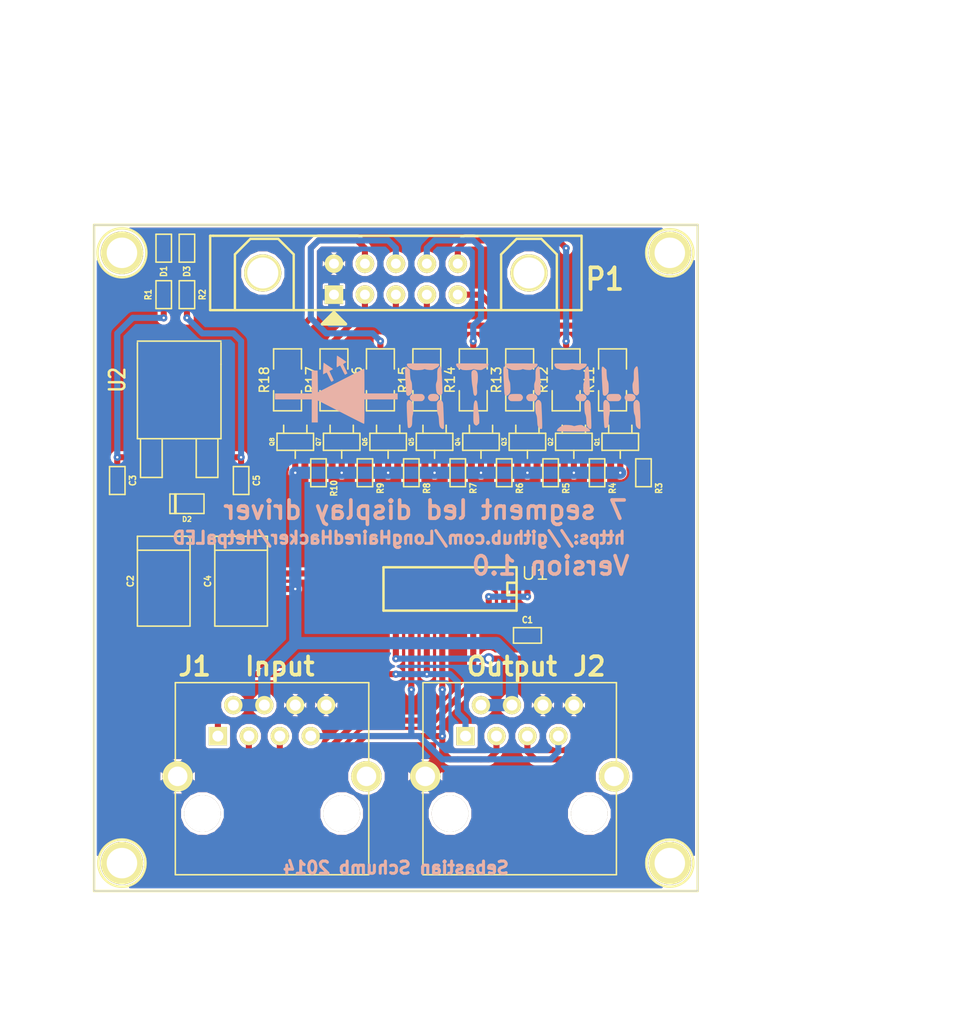
<source format=kicad_pcb>
(kicad_pcb (version 3) (host pcbnew "(2013-may-18)-stable")
  (layers (15 F.Cu signal) (0 B.Cu signal) (18 B.Paste user) (19 F.Paste user) (20 B.SilkS user) (21 F.SilkS user) (22 B.Mask user) (23 F.Mask user) (28 Edge.Cuts user))
  (net 0 "")
  (net 1 +24V)
  (net 2 +5V)
  (net 3 Clock)
  (net 4 Data_In)
  (net 5 Data_Out)
  (net 6 Enable)
  (net 7 FET_1)
  (net 8 FET_2)
  (net 9 FET_3)
  (net 10 FET_4)
  (net 11 FET_5)
  (net 12 FET_6)
  (net 13 FET_7)
  (net 14 FET_8)
  (net 15 GND)
  (net 16 N-000001)
  (net 17 N-0000010)
  (net 18 N-0000011)
  (net 19 N-0000021)
  (net 20 N-0000022)
  (net 21 N-0000024)
  (net 22 N-0000026)
  (net 23 N-000003)
  (net 24 N-0000033)
  (net 25 N-0000034)
  (net 26 N-0000036)
  (net 27 N-0000037)
  (net 28 N-000004)
  (net 29 N-0000041)
  (net 30 N-0000042)
  (net 31 N-000005)
  (net 32 N-000007)
  (net 33 N-000009)
  (net 34 Reset)
  (net 35 SEG_1)
  (net 36 SEG_2)
  (net 37 SEG_3)
  (net 38 SEG_4)
  (net 39 SEG_5)
  (net 40 SEG_6)
  (net 41 SEG_7)
  (net 42 SEG_8)
  (module RJ45_MEBP_8-8G (layer F.Cu) (at 134.62 82.55)
    (fp_text reference J2 (at 5.715 -12.065) (layer F.SilkS) (effects (font (size 1.524 1.524) (thickness 0.3048))))
    (fp_text value RJ45 hide)
    (pad "" thru_hole circle (at 5.715 0) (size 3 3) (drill 3) (layers *.Cu *.Mask F.SilkS))
    (pad "" thru_hole circle (at -5.715 0) (size 3 3) (drill 3) (layers *.Cu *.Mask F.SilkS))
    (pad 1 thru_hole rect (at -4.445 -6.35) (size 1.50114 1.50114) (drill 0.89916) (layers *.Cu *.Mask F.SilkS) (net 3 Clock))
    (pad 2 thru_hole circle (at -3.175 -8.89) (size 1.50114 1.50114) (drill 0.89916) (layers *.Cu *.Mask F.SilkS) (net 1 +24V))
    (pad 3 thru_hole circle (at -1.905 -6.35) (size 1.50114 1.50114) (drill 0.89916) (layers *.Cu *.Mask F.SilkS) (net 6 Enable))
    (pad 4 thru_hole circle (at -0.635 -8.89) (size 1.50114 1.50114) (drill 0.89916) (layers *.Cu *.Mask F.SilkS) (net 1 +24V))
    (pad 5 thru_hole circle (at 0.635 -6.35) (size 1.50114 1.50114) (drill 0.89916) (layers *.Cu *.Mask F.SilkS) (net 5 Data_Out))
    (pad 6 thru_hole circle (at 1.905 -8.89) (size 1.50114 1.50114) (drill 0.89916) (layers *.Cu *.Mask F.SilkS) (net 15 GND))
    (pad 7 thru_hole circle (at 3.175 -6.35) (size 1.50114 1.50114) (drill 0.89916) (layers *.Cu *.Mask F.SilkS) (net 34 Reset))
    (pad 8 thru_hole circle (at 4.445 -8.89) (size 1.50114 1.50114) (drill 0.89916) (layers *.Cu *.Mask F.SilkS) (net 15 GND))
    (pad 9 thru_hole circle (at -7.745 -3.05) (size 2.5 2.5) (drill 1.6) (layers *.Cu *.Mask F.SilkS) (net 15 GND))
    (pad 10 thru_hole circle (at 7.747 -3.05) (size 2.5 2.5) (drill 1.6) (layers *.Cu *.Mask F.SilkS))
  )
  (module RJ45_MEBP_8-8G (layer F.Cu) (at 114.3 82.55)
    (fp_text reference J1 (at -6.35 -12.065) (layer F.SilkS) (effects (font (size 1.524 1.524) (thickness 0.3048))))
    (fp_text value RJ45 hide)
    (pad "" thru_hole circle (at 5.715 0) (size 3 3) (drill 3) (layers *.Cu *.Mask F.SilkS))
    (pad "" thru_hole circle (at -5.715 0) (size 3 3) (drill 3) (layers *.Cu *.Mask F.SilkS))
    (pad 1 thru_hole rect (at -4.445 -6.35) (size 1.50114 1.50114) (drill 0.89916) (layers *.Cu *.Mask F.SilkS) (net 3 Clock))
    (pad 2 thru_hole circle (at -3.175 -8.89) (size 1.50114 1.50114) (drill 0.89916) (layers *.Cu *.Mask F.SilkS) (net 1 +24V))
    (pad 3 thru_hole circle (at -1.905 -6.35) (size 1.50114 1.50114) (drill 0.89916) (layers *.Cu *.Mask F.SilkS) (net 6 Enable))
    (pad 4 thru_hole circle (at -0.635 -8.89) (size 1.50114 1.50114) (drill 0.89916) (layers *.Cu *.Mask F.SilkS) (net 1 +24V))
    (pad 5 thru_hole circle (at 0.635 -6.35) (size 1.50114 1.50114) (drill 0.89916) (layers *.Cu *.Mask F.SilkS) (net 4 Data_In))
    (pad 6 thru_hole circle (at 1.905 -8.89) (size 1.50114 1.50114) (drill 0.89916) (layers *.Cu *.Mask F.SilkS) (net 15 GND))
    (pad 7 thru_hole circle (at 3.175 -6.35) (size 1.50114 1.50114) (drill 0.89916) (layers *.Cu *.Mask F.SilkS) (net 34 Reset))
    (pad 8 thru_hole circle (at 4.445 -8.89) (size 1.50114 1.50114) (drill 0.89916) (layers *.Cu *.Mask F.SilkS) (net 15 GND))
    (pad 9 thru_hole circle (at -7.745 -3.05) (size 2.5 2.5) (drill 1.6) (layers *.Cu *.Mask F.SilkS) (net 15 GND))
    (pad 10 thru_hole circle (at 7.747 -3.05) (size 2.5 2.5) (drill 1.6) (layers *.Cu *.Mask F.SilkS))
  )
  (module 1pin (layer F.Cu) (at 101.981 36.576)
    (fp_text reference 1PIN hide)
    (fp_text value P*** hide)
    (pad 1 thru_hole circle (at 0 0) (size 3.5 3.5) (drill 2.5) (layers *.Cu *.Mask F.SilkS))
  )
  (module 1pin (layer F.Cu) (at 101.981 86.614)
    (fp_text reference 1PIN hide)
    (fp_text value P*** hide)
    (pad 1 thru_hole circle (at 0 0) (size 3.5 3.5) (drill 2.5) (layers *.Cu *.Mask F.SilkS))
  )
  (module 1pin (layer F.Cu) (at 146.939 86.614)
    (fp_text reference 1PIN hide)
    (fp_text value P*** hide)
    (pad 1 thru_hole circle (at 0 0) (size 3.5 3.5) (drill 2.5) (layers *.Cu *.Mask F.SilkS))
  )
  (module 1pin (layer F.Cu) (at 146.939 36.576)
    (fp_text reference 1PIN hide)
    (fp_text value P*** hide)
    (pad 1 thru_hole circle (at 0 0) (size 3.5 3.5) (drill 2.5) (layers *.Cu *.Mask F.SilkS))
  )
  (module HE10-10C (layer F.Cu) (at 124.46 38.735 180)
    (fp_text reference P1 (at -17.145 0 360) (layer F.SilkS) (effects (font (size 1.77546 1.5875) (thickness 0.3048))))
    (fp_text value HE10-10 hide)
    (pad 0 thru_hole circle (at -10.922 0.508 180) (size 3.048 3.048) (drill 2.54) (layers *.Cu *.Mask F.SilkS))
    (pad 0 thru_hole circle (at 10.922 0.508 180) (size 3.048 3.048) (drill 2.54) (layers *.Cu *.Mask F.SilkS))
    (pad 1 thru_hole rect (at 5.08 -1.27 180) (size 1.524 1.524) (drill 0.8128) (layers *.Cu *.Mask F.SilkS) (net 15 GND))
    (pad 2 thru_hole circle (at 5.08 1.27 180) (size 1.524 1.524) (drill 0.8128) (layers *.Cu *.Mask F.SilkS) (net 15 GND))
    (pad 3 thru_hole circle (at 2.54 -1.27 180) (size 1.524 1.524) (drill 0.8128) (layers *.Cu *.Mask F.SilkS) (net 41 SEG_7))
    (pad 4 thru_hole circle (at 2.54 1.27 180) (size 1.524 1.524) (drill 0.8128) (layers *.Cu *.Mask F.SilkS) (net 42 SEG_8))
    (pad 5 thru_hole circle (at 0 -1.27 180) (size 1.524 1.524) (drill 0.8128) (layers *.Cu *.Mask F.SilkS) (net 39 SEG_5))
    (pad 6 thru_hole circle (at 0 1.27 180) (size 1.524 1.524) (drill 0.8128) (layers *.Cu *.Mask F.SilkS) (net 40 SEG_6))
    (pad 7 thru_hole circle (at -2.54 -1.27 180) (size 1.524 1.524) (drill 0.8128) (layers *.Cu *.Mask F.SilkS) (net 37 SEG_3))
    (pad 8 thru_hole circle (at -2.54 1.27 180) (size 1.524 1.524) (drill 0.8128) (layers *.Cu *.Mask F.SilkS) (net 38 SEG_4))
    (pad 9 thru_hole circle (at -5.08 -1.27 180) (size 1.524 1.524) (drill 0.8128) (layers *.Cu *.Mask F.SilkS) (net 35 SEG_1))
    (pad 10 thru_hole circle (at -5.08 1.27 180) (size 1.524 1.524) (drill 0.8128) (layers *.Cu *.Mask F.SilkS) (net 36 SEG_2))
  )
  (module c_tant_D (layer F.Cu) (at 111.76 63.5 90)
    (fp_text reference C4 (at 0 -2.7305 90) (layer F.SilkS) (effects (font (size 0.50038 0.50038) (thickness 0.11938))))
    (fp_text value 10uF hide)
    (pad 1 smd rect (at 2.99974 0 90) (size 2.55016 2.70002) (layers F.Cu F.Paste F.Mask) (net 2 +5V))
    (pad 2 smd rect (at -2.99974 0 90) (size 2.55016 3.79984) (layers F.Cu F.Paste F.Mask) (net 15 GND))
  )
  (module sot23 (layer F.Cu) (at 120.015 52.07 180)
    (fp_text reference Q7 (at 1.905 0 270) (layer F.SilkS) (effects (font (size 0.35 0.35) (thickness 0.0875))))
    (fp_text value NDS355 hide)
    (pad 1 smd rect (at -0.9525 1.05664 180) (size 0.59944 1.00076) (layers F.Cu F.Paste F.Mask) (net 26 N-0000036))
    (pad 2 smd rect (at 0 -1.05664 180) (size 0.59944 1.00076) (layers F.Cu F.Paste F.Mask) (net 1 +24V))
    (pad 3 smd rect (at 0.9525 1.05664 180) (size 0.59944 1.00076) (layers F.Cu F.Paste F.Mask) (net 25 N-0000034))
  )
  (module sot23 (layer F.Cu) (at 142.875 52.07 180)
    (fp_text reference Q1 (at 1.905 0 270) (layer F.SilkS) (effects (font (size 0.35 0.35) (thickness 0.0875))))
    (fp_text value NDS355 hide)
    (pad 1 smd rect (at -0.9525 1.05664 180) (size 0.59944 1.00076) (layers F.Cu F.Paste F.Mask) (net 19 N-0000021))
    (pad 2 smd rect (at 0 -1.05664 180) (size 0.59944 1.00076) (layers F.Cu F.Paste F.Mask) (net 1 +24V))
    (pad 3 smd rect (at 0.9525 1.05664 180) (size 0.59944 1.00076) (layers F.Cu F.Paste F.Mask) (net 18 N-0000011))
  )
  (module sot23 (layer F.Cu) (at 123.825 52.07 180)
    (fp_text reference Q6 (at 1.905 0 270) (layer F.SilkS) (effects (font (size 0.35 0.35) (thickness 0.0875))))
    (fp_text value NDS355 hide)
    (pad 1 smd rect (at -0.9525 1.05664 180) (size 0.59944 1.00076) (layers F.Cu F.Paste F.Mask) (net 24 N-0000033))
    (pad 2 smd rect (at 0 -1.05664 180) (size 0.59944 1.00076) (layers F.Cu F.Paste F.Mask) (net 1 +24V))
    (pad 3 smd rect (at 0.9525 1.05664 180) (size 0.59944 1.00076) (layers F.Cu F.Paste F.Mask) (net 17 N-0000010))
  )
  (module sot23 (layer F.Cu) (at 139.065 52.07 180)
    (fp_text reference Q2 (at 1.905 0 270) (layer F.SilkS) (effects (font (size 0.35 0.35) (thickness 0.0875))))
    (fp_text value NDS355 hide)
    (pad 1 smd rect (at -0.9525 1.05664 180) (size 0.59944 1.00076) (layers F.Cu F.Paste F.Mask) (net 21 N-0000024))
    (pad 2 smd rect (at 0 -1.05664 180) (size 0.59944 1.00076) (layers F.Cu F.Paste F.Mask) (net 1 +24V))
    (pad 3 smd rect (at 0.9525 1.05664 180) (size 0.59944 1.00076) (layers F.Cu F.Paste F.Mask) (net 20 N-0000022))
  )
  (module sot23 (layer F.Cu) (at 116.205 52.07 180)
    (fp_text reference Q8 (at 1.905 0 270) (layer F.SilkS) (effects (font (size 0.35 0.35) (thickness 0.0875))))
    (fp_text value NDS355 hide)
    (pad 1 smd rect (at -0.9525 1.05664 180) (size 0.59944 1.00076) (layers F.Cu F.Paste F.Mask) (net 22 N-0000026))
    (pad 2 smd rect (at 0 -1.05664 180) (size 0.59944 1.00076) (layers F.Cu F.Paste F.Mask) (net 1 +24V))
    (pad 3 smd rect (at 0.9525 1.05664 180) (size 0.59944 1.00076) (layers F.Cu F.Paste F.Mask) (net 27 N-0000037))
  )
  (module sot23 (layer F.Cu) (at 135.255 52.07 180)
    (fp_text reference Q3 (at 1.905 0 270) (layer F.SilkS) (effects (font (size 0.35 0.35) (thickness 0.0875))))
    (fp_text value NDS355 hide)
    (pad 1 smd rect (at -0.9525 1.05664 180) (size 0.59944 1.00076) (layers F.Cu F.Paste F.Mask) (net 28 N-000004))
    (pad 2 smd rect (at 0 -1.05664 180) (size 0.59944 1.00076) (layers F.Cu F.Paste F.Mask) (net 1 +24V))
    (pad 3 smd rect (at 0.9525 1.05664 180) (size 0.59944 1.00076) (layers F.Cu F.Paste F.Mask) (net 23 N-000003))
  )
  (module sot23 (layer F.Cu) (at 131.445 52.07 180)
    (fp_text reference Q4 (at 1.905 0 270) (layer F.SilkS) (effects (font (size 0.35 0.35) (thickness 0.0875))))
    (fp_text value NDS355 hide)
    (pad 1 smd rect (at -0.9525 1.05664 180) (size 0.59944 1.00076) (layers F.Cu F.Paste F.Mask) (net 16 N-000001))
    (pad 2 smd rect (at 0 -1.05664 180) (size 0.59944 1.00076) (layers F.Cu F.Paste F.Mask) (net 1 +24V))
    (pad 3 smd rect (at 0.9525 1.05664 180) (size 0.59944 1.00076) (layers F.Cu F.Paste F.Mask) (net 31 N-000005))
  )
  (module sot23 (layer F.Cu) (at 127.635 52.07 180)
    (fp_text reference Q5 (at 1.905 0 270) (layer F.SilkS) (effects (font (size 0.35 0.35) (thickness 0.0875))))
    (fp_text value NDS355 hide)
    (pad 1 smd rect (at -0.9525 1.05664 180) (size 0.59944 1.00076) (layers F.Cu F.Paste F.Mask) (net 33 N-000009))
    (pad 2 smd rect (at 0 -1.05664 180) (size 0.59944 1.00076) (layers F.Cu F.Paste F.Mask) (net 1 +24V))
    (pad 3 smd rect (at 0.9525 1.05664 180) (size 0.59944 1.00076) (layers F.Cu F.Paste F.Mask) (net 32 N-000007))
  )
  (module sod123 (layer F.Cu) (at 107.315 57.15 180)
    (fp_text reference D2 (at 0 -1.27 180) (layer F.SilkS) (effects (font (size 0.39878 0.39878) (thickness 0.09906))))
    (fp_text value BAT42W hide)
    (pad 2 smd rect (at 1.67386 0 180) (size 0.8509 0.8509) (layers F.Cu F.Paste F.Mask) (net 1 +24V))
    (pad 1 smd rect (at -1.67386 0 180) (size 0.8509 0.8509) (layers F.Cu F.Paste F.Mask) (net 2 +5V))
  )
  (module SO16E (layer F.Cu) (at 128.905 64.135 180)
    (fp_text reference U1 (at -6.985 1.27 180) (layer F.SilkS) (effects (font (size 1.016 1.143) (thickness 0.127))))
    (fp_text value 74HC595 hide)
    (pad 1 smd rect (at -4.445 2.54 180) (size 0.508 1.143) (layers F.Cu F.Paste F.Mask) (net 8 FET_2))
    (pad 2 smd rect (at -3.175 2.54 180) (size 0.508 1.143) (layers F.Cu F.Paste F.Mask) (net 9 FET_3))
    (pad 3 smd rect (at -1.905 2.54 180) (size 0.508 1.143) (layers F.Cu F.Paste F.Mask) (net 10 FET_4))
    (pad 4 smd rect (at -0.635 2.54 180) (size 0.508 1.143) (layers F.Cu F.Paste F.Mask) (net 11 FET_5))
    (pad 5 smd rect (at 0.635 2.54 180) (size 0.508 1.143) (layers F.Cu F.Paste F.Mask) (net 12 FET_6))
    (pad 6 smd rect (at 1.905 2.54 180) (size 0.508 1.143) (layers F.Cu F.Paste F.Mask) (net 13 FET_7))
    (pad 7 smd rect (at 3.175 2.54 180) (size 0.508 1.143) (layers F.Cu F.Paste F.Mask) (net 14 FET_8))
    (pad 8 smd rect (at 4.445 2.54 180) (size 0.508 1.143) (layers F.Cu F.Paste F.Mask) (net 15 GND))
    (pad 9 smd rect (at 4.445 -2.54 180) (size 0.508 1.143) (layers F.Cu F.Paste F.Mask) (net 5 Data_Out))
    (pad 10 smd rect (at 3.175 -2.54 180) (size 0.508 1.143) (layers F.Cu F.Paste F.Mask) (net 34 Reset))
    (pad 11 smd rect (at 1.905 -2.54 180) (size 0.508 1.143) (layers F.Cu F.Paste F.Mask) (net 3 Clock))
    (pad 12 smd rect (at 0.635 -2.54 180) (size 0.508 1.143) (layers F.Cu F.Paste F.Mask) (net 6 Enable))
    (pad 13 smd rect (at -0.635 -2.54 180) (size 0.508 1.143) (layers F.Cu F.Paste F.Mask) (net 15 GND))
    (pad 14 smd rect (at -1.905 -2.54 180) (size 0.508 1.143) (layers F.Cu F.Paste F.Mask) (net 4 Data_In))
    (pad 15 smd rect (at -3.175 -2.54 180) (size 0.508 1.143) (layers F.Cu F.Paste F.Mask) (net 7 FET_1))
    (pad 16 smd rect (at -4.445 -2.54 180) (size 0.508 1.143) (layers F.Cu F.Paste F.Mask) (net 2 +5V))
  )
  (module SM1206 (layer F.Cu) (at 130.81 46.99 90)
    (fp_text reference R14 (at 0 -1.905 90) (layer F.SilkS) (effects (font (size 0.762 0.762) (thickness 0.127))))
    (fp_text value 160 hide)
    (pad 1 smd rect (at -1.651 0 90) (size 1.524 2.032) (layers F.Cu F.Paste F.Mask) (net 31 N-000005))
    (pad 2 smd rect (at 1.651 0 90) (size 1.524 2.032) (layers F.Cu F.Paste F.Mask) (net 38 SEG_4))
  )
  (module SM1206 (layer F.Cu) (at 123.19 46.99 90)
    (fp_text reference R16 (at 0 -1.905 90) (layer F.SilkS) (effects (font (size 0.762 0.762) (thickness 0.127))))
    (fp_text value 160 hide)
    (pad 1 smd rect (at -1.651 0 90) (size 1.524 2.032) (layers F.Cu F.Paste F.Mask) (net 17 N-0000010))
    (pad 2 smd rect (at 1.651 0 90) (size 1.524 2.032) (layers F.Cu F.Paste F.Mask) (net 40 SEG_6))
  )
  (module SM1206 (layer F.Cu) (at 127 46.99 90)
    (fp_text reference R15 (at 0 -1.905 90) (layer F.SilkS) (effects (font (size 0.762 0.762) (thickness 0.127))))
    (fp_text value 160 hide)
    (pad 1 smd rect (at -1.651 0 90) (size 1.524 2.032) (layers F.Cu F.Paste F.Mask) (net 32 N-000007))
    (pad 2 smd rect (at 1.651 0 90) (size 1.524 2.032) (layers F.Cu F.Paste F.Mask) (net 39 SEG_5))
  )
  (module SM1206 (layer F.Cu) (at 119.38 46.99 90)
    (fp_text reference R17 (at 0 -1.905 90) (layer F.SilkS) (effects (font (size 0.762 0.762) (thickness 0.127))))
    (fp_text value 470 hide)
    (pad 1 smd rect (at -1.651 0 90) (size 1.524 2.032) (layers F.Cu F.Paste F.Mask) (net 25 N-0000034))
    (pad 2 smd rect (at 1.651 0 90) (size 1.524 2.032) (layers F.Cu F.Paste F.Mask) (net 41 SEG_7))
  )
  (module SM1206 (layer F.Cu) (at 134.62 46.99 90)
    (fp_text reference R13 (at 0 -1.905 90) (layer F.SilkS) (effects (font (size 0.762 0.762) (thickness 0.127))))
    (fp_text value 160 hide)
    (pad 1 smd rect (at -1.651 0 90) (size 1.524 2.032) (layers F.Cu F.Paste F.Mask) (net 23 N-000003))
    (pad 2 smd rect (at 1.651 0 90) (size 1.524 2.032) (layers F.Cu F.Paste F.Mask) (net 37 SEG_3))
  )
  (module SM1206 (layer F.Cu) (at 138.43 46.99 90)
    (fp_text reference R12 (at 0 -1.905 90) (layer F.SilkS) (effects (font (size 0.762 0.762) (thickness 0.127))))
    (fp_text value 160 hide)
    (pad 1 smd rect (at -1.651 0 90) (size 1.524 2.032) (layers F.Cu F.Paste F.Mask) (net 20 N-0000022))
    (pad 2 smd rect (at 1.651 0 90) (size 1.524 2.032) (layers F.Cu F.Paste F.Mask) (net 36 SEG_2))
  )
  (module SM1206 (layer F.Cu) (at 142.24 46.99 90)
    (fp_text reference R11 (at 0 -1.905 90) (layer F.SilkS) (effects (font (size 0.762 0.762) (thickness 0.127))))
    (fp_text value 160 hide)
    (pad 1 smd rect (at -1.651 0 90) (size 1.524 2.032) (layers F.Cu F.Paste F.Mask) (net 18 N-0000011))
    (pad 2 smd rect (at 1.651 0 90) (size 1.524 2.032) (layers F.Cu F.Paste F.Mask) (net 35 SEG_1))
  )
  (module SM1206 (layer F.Cu) (at 115.57 46.99 90)
    (fp_text reference R18 (at 0 -1.905 90) (layer F.SilkS) (effects (font (size 0.762 0.762) (thickness 0.127))))
    (fp_text value 470 hide)
    (pad 1 smd rect (at -1.651 0 90) (size 1.524 2.032) (layers F.Cu F.Paste F.Mask) (net 27 N-0000037))
    (pad 2 smd rect (at 1.651 0 90) (size 1.524 2.032) (layers F.Cu F.Paste F.Mask) (net 42 SEG_8))
  )
  (module SM0603 (layer F.Cu) (at 107.315 40.005 90)
    (fp_text reference R2 (at 0 1.27 90) (layer F.SilkS) (effects (font (size 0.508 0.4572) (thickness 0.1143))))
    (fp_text value 1k hide)
    (pad 1 smd rect (at -0.762 0 90) (size 0.635 1.143) (layers F.Cu F.Paste F.Mask) (net 2 +5V))
    (pad 2 smd rect (at 0.762 0 90) (size 0.635 1.143) (layers F.Cu F.Paste F.Mask) (net 30 N-0000042))
  )
  (module SM0603 (layer F.Cu) (at 144.78 54.61 270)
    (fp_text reference R3 (at 1.27 -1.27 270) (layer F.SilkS) (effects (font (size 0.508 0.4572) (thickness 0.1143))))
    (fp_text value 200 hide)
    (pad 1 smd rect (at -0.762 0 270) (size 0.635 1.143) (layers F.Cu F.Paste F.Mask) (net 19 N-0000021))
    (pad 2 smd rect (at 0.762 0 270) (size 0.635 1.143) (layers F.Cu F.Paste F.Mask) (net 7 FET_1))
  )
  (module SM0603 (layer F.Cu) (at 101.6 55.245 270)
    (fp_text reference C3 (at 0 -1.27 270) (layer F.SilkS) (effects (font (size 0.508 0.4572) (thickness 0.1143))))
    (fp_text value 100nF hide)
    (pad 1 smd rect (at -0.762 0 270) (size 0.635 1.143) (layers F.Cu F.Paste F.Mask) (net 1 +24V))
    (pad 2 smd rect (at 0.762 0 270) (size 0.635 1.143) (layers F.Cu F.Paste F.Mask) (net 15 GND))
  )
  (module SM0603 (layer F.Cu) (at 140.97 54.61 270)
    (fp_text reference R4 (at 1.27 -1.27 270) (layer F.SilkS) (effects (font (size 0.508 0.4572) (thickness 0.1143))))
    (fp_text value 200 hide)
    (pad 1 smd rect (at -0.762 0 270) (size 0.635 1.143) (layers F.Cu F.Paste F.Mask) (net 21 N-0000024))
    (pad 2 smd rect (at 0.762 0 270) (size 0.635 1.143) (layers F.Cu F.Paste F.Mask) (net 8 FET_2))
  )
  (module SM0603 (layer F.Cu) (at 137.16 54.61 270)
    (fp_text reference R5 (at 1.27 -1.27 270) (layer F.SilkS) (effects (font (size 0.508 0.4572) (thickness 0.1143))))
    (fp_text value 200 hide)
    (pad 1 smd rect (at -0.762 0 270) (size 0.635 1.143) (layers F.Cu F.Paste F.Mask) (net 28 N-000004))
    (pad 2 smd rect (at 0.762 0 270) (size 0.635 1.143) (layers F.Cu F.Paste F.Mask) (net 9 FET_3))
  )
  (module SM0603 (layer F.Cu) (at 133.35 54.61 270)
    (fp_text reference R6 (at 1.27 -1.27 270) (layer F.SilkS) (effects (font (size 0.508 0.4572) (thickness 0.1143))))
    (fp_text value 200 hide)
    (pad 1 smd rect (at -0.762 0 270) (size 0.635 1.143) (layers F.Cu F.Paste F.Mask) (net 16 N-000001))
    (pad 2 smd rect (at 0.762 0 270) (size 0.635 1.143) (layers F.Cu F.Paste F.Mask) (net 10 FET_4))
  )
  (module SM0603 (layer F.Cu) (at 107.315 36.195 90)
    (fp_text reference D3 (at -1.905 0 90) (layer F.SilkS) (effects (font (size 0.508 0.4572) (thickness 0.1143))))
    (fp_text value LED hide)
    (pad 1 smd rect (at -0.762 0 90) (size 0.635 1.143) (layers F.Cu F.Paste F.Mask) (net 30 N-0000042))
    (pad 2 smd rect (at 0.762 0 90) (size 0.635 1.143) (layers F.Cu F.Paste F.Mask) (net 15 GND))
  )
  (module SM0603 (layer F.Cu) (at 105.41 40.005 90)
    (fp_text reference R1 (at 0 -1.27 90) (layer F.SilkS) (effects (font (size 0.508 0.4572) (thickness 0.1143))))
    (fp_text value 1k hide)
    (pad 1 smd rect (at -0.762 0 90) (size 0.635 1.143) (layers F.Cu F.Paste F.Mask) (net 1 +24V))
    (pad 2 smd rect (at 0.762 0 90) (size 0.635 1.143) (layers F.Cu F.Paste F.Mask) (net 29 N-0000041))
  )
  (module SM0603 (layer F.Cu) (at 129.54 54.61 270)
    (fp_text reference R7 (at 1.27 -1.27 270) (layer F.SilkS) (effects (font (size 0.508 0.4572) (thickness 0.1143))))
    (fp_text value 200 hide)
    (pad 1 smd rect (at -0.762 0 270) (size 0.635 1.143) (layers F.Cu F.Paste F.Mask) (net 33 N-000009))
    (pad 2 smd rect (at 0.762 0 270) (size 0.635 1.143) (layers F.Cu F.Paste F.Mask) (net 11 FET_5))
  )
  (module SM0603 (layer F.Cu) (at 105.41 36.195 90)
    (fp_text reference D1 (at -1.905 0 90) (layer F.SilkS) (effects (font (size 0.508 0.4572) (thickness 0.1143))))
    (fp_text value LED hide)
    (pad 1 smd rect (at -0.762 0 90) (size 0.635 1.143) (layers F.Cu F.Paste F.Mask) (net 29 N-0000041))
    (pad 2 smd rect (at 0.762 0 90) (size 0.635 1.143) (layers F.Cu F.Paste F.Mask) (net 15 GND))
  )
  (module SM0603 (layer F.Cu) (at 135.255 67.945)
    (fp_text reference C1 (at 0 -1.27) (layer F.SilkS) (effects (font (size 0.508 0.4572) (thickness 0.1143))))
    (fp_text value 100n hide)
    (pad 1 smd rect (at -0.762 0) (size 0.635 1.143) (layers F.Cu F.Paste F.Mask) (net 2 +5V))
    (pad 2 smd rect (at 0.762 0) (size 0.635 1.143) (layers F.Cu F.Paste F.Mask) (net 15 GND))
  )
  (module SM0603 (layer F.Cu) (at 125.73 54.61 270)
    (fp_text reference R8 (at 1.27 -1.27 270) (layer F.SilkS) (effects (font (size 0.508 0.4572) (thickness 0.1143))))
    (fp_text value 200 hide)
    (pad 1 smd rect (at -0.762 0 270) (size 0.635 1.143) (layers F.Cu F.Paste F.Mask) (net 24 N-0000033))
    (pad 2 smd rect (at 0.762 0 270) (size 0.635 1.143) (layers F.Cu F.Paste F.Mask) (net 12 FET_6))
  )
  (module SM0603 (layer F.Cu) (at 118.11 54.61 270)
    (fp_text reference R10 (at 1.27 -1.27 270) (layer F.SilkS) (effects (font (size 0.508 0.4572) (thickness 0.1143))))
    (fp_text value 200 hide)
    (pad 1 smd rect (at -0.762 0 270) (size 0.635 1.143) (layers F.Cu F.Paste F.Mask) (net 22 N-0000026))
    (pad 2 smd rect (at 0.762 0 270) (size 0.635 1.143) (layers F.Cu F.Paste F.Mask) (net 14 FET_8))
  )
  (module SM0603 (layer F.Cu) (at 121.92 54.61 270)
    (fp_text reference R9 (at 1.27 -1.27 270) (layer F.SilkS) (effects (font (size 0.508 0.4572) (thickness 0.1143))))
    (fp_text value 200 hide)
    (pad 1 smd rect (at -0.762 0 270) (size 0.635 1.143) (layers F.Cu F.Paste F.Mask) (net 26 N-0000036))
    (pad 2 smd rect (at 0.762 0 270) (size 0.635 1.143) (layers F.Cu F.Paste F.Mask) (net 13 FET_7))
  )
  (module DPAK2 (layer F.Cu) (at 106.68 53.34)
    (fp_text reference U2 (at -5.08 -6.35 90) (layer F.SilkS) (effects (font (size 1.27 1.016) (thickness 0.2032))))
    (fp_text value TS2937 hide)
    (pad 1 smd rect (at -2.286 0) (size 1.651 3.048) (layers F.Cu F.Paste F.Mask) (net 1 +24V))
    (pad 2 smd rect (at 0 -6.35) (size 6.096 6.096) (layers F.Cu F.Paste F.Mask) (net 15 GND))
    (pad 3 smd rect (at 2.286 0) (size 1.651 3.048) (layers F.Cu F.Paste F.Mask) (net 2 +5V))
  )
  (module c_tant_D (layer F.Cu) (at 105.41 63.5 90)
    (fp_text reference C2 (at 0 -2.7305 90) (layer F.SilkS) (effects (font (size 0.50038 0.50038) (thickness 0.11938))))
    (fp_text value 10uF hide)
    (pad 1 smd rect (at 2.99974 0 90) (size 2.55016 2.70002) (layers F.Cu F.Paste F.Mask) (net 1 +24V))
    (pad 2 smd rect (at -2.99974 0 90) (size 2.55016 3.79984) (layers F.Cu F.Paste F.Mask) (net 15 GND))
  )
  (module SM0603 (layer F.Cu) (at 111.76 55.245 270)
    (fp_text reference C5 (at 0 -1.27 270) (layer F.SilkS) (effects (font (size 0.508 0.4572) (thickness 0.1143))))
    (fp_text value 100nF hide)
    (pad 1 smd rect (at -0.762 0 270) (size 0.635 1.143) (layers F.Cu F.Paste F.Mask) (net 2 +5V))
    (pad 2 smd rect (at 0.762 0 270) (size 0.635 1.143) (layers F.Cu F.Paste F.Mask) (net 15 GND))
  )
  (module logo_silkbot_30_00mm (layer B.Cu) (at 129.54 48.133)
    (fp_text reference G*** hide)
    (fp_text value logo_silkbot_30_00mm hide)
  )
  (gr_line (start 149.225 88.9) (end 149.225 34.29) (angle 90) (layer F.SilkS) (width 0.2))
  (gr_line (start 99.695 88.9) (end 149.225 88.9) (angle 90) (layer F.SilkS) (width 0.2))
  (gr_line (start 99.695 34.29) (end 99.695 88.9) (angle 90) (layer F.SilkS) (width 0.2))
  (gr_line (start 149.225 34.29) (end 99.695 34.29) (angle 90) (layer F.SilkS) (width 0.2))
  (gr_text "Version 1.0" (at 137.16 62.23) (layer B.SilkS) (effects (font (size 1.5 1.5) (thickness 0.3)) (justify mirror)))
  (gr_text "Sebastian Schumb 2014" (at 124.46 86.995) (layer B.SilkS) (effects (font (size 1 1) (thickness 0.25)) (justify mirror)))
  (gr_text Output (at 133.985 70.485) (layer F.SilkS) (effects (font (size 1.5 1.5) (thickness 0.3))))
  (gr_text Input (at 114.935 70.485) (layer F.SilkS) (effects (font (size 1.5 1.5) (thickness 0.3))))
  (gr_text https://github.com/LongHairedHacker/HetpaLED (at 124.714 59.944) (layer B.SilkS) (effects (font (size 1 1) (thickness 0.25)) (justify mirror)))
  (gr_text "7 segment led display driver" (at 126.873 57.658) (layer B.SilkS) (effects (font (size 1.5 1.5) (thickness 0.3)) (justify mirror)))
  (gr_line (start 99.695 34.29) (end 149.225 34.29) (angle 90) (layer Edge.Cuts) (width 0.1))
  (gr_line (start 99.695 88.9) (end 99.695 34.29) (angle 90) (layer Edge.Cuts) (width 0.1))
  (gr_line (start 149.225 88.9) (end 99.695 88.9) (angle 90) (layer Edge.Cuts) (width 0.1))
  (gr_line (start 149.225 34.29) (end 149.225 88.9) (angle 90) (layer Edge.Cuts) (width 0.1))
  (segment (start 105.41 40.767) (end 105.41 41.91) (width 0.5) (layer F.Cu) (net 1))
  (via (at 105.41 41.91) (size 0.6) (drill 0.2) (layers F.Cu B.Cu) (net 1))
  (segment (start 102.87 41.91) (end 105.41 41.91) (width 0.5) (layer B.Cu) (net 1))
  (segment (start 101.6 43.18) (end 102.87 41.91) (width 0.5) (layer B.Cu) (net 1))
  (segment (start 101.6 43.18) (end 101.6 53.34) (width 0.5) (layer B.Cu) (net 1))
  (via (at 101.6 53.34) (size 0.6) (drill 0.2) (layers F.Cu B.Cu) (net 1))
  (segment (start 116.205 68.58) (end 132.715 68.58) (width 1) (layer B.Cu) (net 1))
  (via (at 116.205 64.135) (size 0.6) (drill 0.2) (layers F.Cu B.Cu) (net 1))
  (segment (start 116.205 64.135) (end 106.045 64.135) (width 0.5) (layer F.Cu) (net 1))
  (segment (start 105.41 63.5) (end 106.045 64.135) (width 0.5) (layer F.Cu) (net 1))
  (segment (start 105.41 63.5) (end 105.41 60.50026) (width 0.5) (layer F.Cu) (net 1))
  (segment (start 105.64114 57.15) (end 105.64114 58.18886) (width 0.5) (layer F.Cu) (net 1))
  (segment (start 105.41 58.42) (end 105.41 60.50026) (width 0.5) (layer F.Cu) (net 1))
  (segment (start 105.64114 58.18886) (end 105.41 58.42) (width 0.5) (layer F.Cu) (net 1))
  (segment (start 105.64114 57.15) (end 105.64114 56.11114) (width 0.5) (layer F.Cu) (net 1))
  (segment (start 104.394 54.864) (end 105.41 55.88) (width 0.5) (layer F.Cu) (net 1))
  (segment (start 104.394 54.864) (end 104.394 53.34) (width 0.5) (layer F.Cu) (net 1))
  (segment (start 105.64114 56.11114) (end 105.41 55.88) (width 0.5) (layer F.Cu) (net 1))
  (segment (start 101.6 54.483) (end 101.6 53.34) (width 0.5) (layer F.Cu) (net 1))
  (segment (start 101.6 53.34) (end 104.394 53.34) (width 0.5) (layer F.Cu) (net 1))
  (segment (start 133.985 73.66) (end 133.985 69.85) (width 1) (layer B.Cu) (net 1))
  (segment (start 133.985 69.85) (end 132.715 68.58) (width 1) (layer B.Cu) (net 1))
  (segment (start 116.205 68.58) (end 116.205 68.58) (width 1) (layer B.Cu) (net 1))
  (segment (start 116.205 68.58) (end 116.205 66.675) (width 1) (layer B.Cu) (net 1))
  (segment (start 113.665 71.12) (end 116.205 68.58) (width 1) (layer B.Cu) (net 1))
  (segment (start 113.665 71.12) (end 113.665 71.12) (width 1) (layer B.Cu) (net 1))
  (segment (start 113.665 71.12) (end 113.665 73.66) (width 1) (layer B.Cu) (net 1))
  (segment (start 116.205 66.675) (end 116.205 64.135) (width 1) (layer B.Cu) (net 1))
  (segment (start 116.205 64.135) (end 116.205 63.5) (width 1) (layer B.Cu) (net 1))
  (segment (start 116.205 63.5) (end 116.205 54.61) (width 1) (layer B.Cu) (net 1))
  (segment (start 131.445 73.66) (end 133.985 73.66) (width 1) (layer B.Cu) (net 1))
  (segment (start 111.125 73.66) (end 113.665 73.66) (width 1) (layer B.Cu) (net 1))
  (segment (start 135.255 53.12664) (end 135.255 54.61) (width 0.5) (layer F.Cu) (net 1))
  (via (at 135.255 54.61) (size 0.6) (drill 0.2) (layers F.Cu B.Cu) (net 1))
  (via (at 142.875 54.61) (size 0.6) (drill 0.2) (layers F.Cu B.Cu) (net 1))
  (segment (start 139.065 54.61) (end 142.875 54.61) (width 1) (layer B.Cu) (net 1))
  (segment (start 142.875 54.61) (end 142.875 53.12664) (width 0.5) (layer F.Cu) (net 1))
  (segment (start 139.065 53.12664) (end 139.065 54.61) (width 0.5) (layer F.Cu) (net 1))
  (via (at 139.065 54.61) (size 0.6) (drill 0.2) (layers F.Cu B.Cu) (net 1))
  (via (at 131.445 54.61) (size 0.6) (drill 0.2) (layers F.Cu B.Cu) (net 1))
  (segment (start 131.445 54.61) (end 131.445 53.12664) (width 0.5) (layer F.Cu) (net 1))
  (via (at 127.635 54.61) (size 0.6) (drill 0.2) (layers F.Cu B.Cu) (net 1))
  (segment (start 127.635 53.12664) (end 127.635 54.61) (width 0.5) (layer F.Cu) (net 1))
  (via (at 123.825 54.61) (size 0.6) (drill 0.2) (layers F.Cu B.Cu) (net 1))
  (segment (start 123.825 54.61) (end 123.825 53.12664) (width 0.5) (layer F.Cu) (net 1))
  (segment (start 120.015 53.12664) (end 120.015 54.61) (width 0.5) (layer F.Cu) (net 1))
  (via (at 120.015 54.61) (size 0.6) (drill 0.2) (layers F.Cu B.Cu) (net 1))
  (via (at 116.205 54.61) (size 0.6) (drill 0.2) (layers F.Cu B.Cu) (net 1))
  (segment (start 116.205 54.61) (end 116.205 53.12664) (width 0.5) (layer F.Cu) (net 1))
  (segment (start 139.065 54.61) (end 135.255 54.61) (width 1) (layer B.Cu) (net 1))
  (segment (start 135.255 54.61) (end 131.445 54.61) (width 1) (layer B.Cu) (net 1))
  (segment (start 131.445 54.61) (end 127.635 54.61) (width 1) (layer B.Cu) (net 1))
  (segment (start 127.635 54.61) (end 123.825 54.61) (width 1) (layer B.Cu) (net 1))
  (segment (start 123.825 54.61) (end 120.015 54.61) (width 1) (layer B.Cu) (net 1))
  (segment (start 120.015 54.61) (end 116.205 54.61) (width 1) (layer B.Cu) (net 1))
  (segment (start 107.315 40.767) (end 107.315 41.91) (width 0.5) (layer F.Cu) (net 2))
  (via (at 107.315 41.91) (size 0.6) (drill 0.2) (layers F.Cu B.Cu) (net 2))
  (segment (start 107.315 41.91) (end 108.585 43.18) (width 0.5) (layer B.Cu) (net 2))
  (segment (start 108.585 43.18) (end 111.125 43.18) (width 0.5) (layer B.Cu) (net 2))
  (segment (start 111.125 43.18) (end 111.76 43.815) (width 0.5) (layer B.Cu) (net 2))
  (via (at 111.76 53.34) (size 0.6) (drill 0.2) (layers F.Cu B.Cu) (net 2))
  (segment (start 111.76 43.815) (end 111.76 53.34) (width 0.5) (layer B.Cu) (net 2))
  (segment (start 134.493 67.945) (end 133.985 67.945) (width 0.5) (layer F.Cu) (net 2))
  (segment (start 133.35 67.31) (end 133.985 67.945) (width 0.5) (layer F.Cu) (net 2))
  (segment (start 133.35 67.31) (end 133.35 66.675) (width 0.5) (layer F.Cu) (net 2))
  (segment (start 133.35 66.675) (end 133.35 64.135) (width 0.5) (layer F.Cu) (net 2))
  (segment (start 132.715 63.5) (end 133.35 64.135) (width 0.5) (layer F.Cu) (net 2))
  (segment (start 112.395 62.865) (end 123.19 62.865) (width 0.5) (layer F.Cu) (net 2))
  (segment (start 111.76 62.23) (end 112.395 62.865) (width 0.5) (layer F.Cu) (net 2))
  (segment (start 111.76 62.23) (end 111.76 60.50026) (width 0.5) (layer F.Cu) (net 2))
  (segment (start 123.19 62.865) (end 123.825 63.5) (width 0.5) (layer F.Cu) (net 2))
  (segment (start 123.825 63.5) (end 132.715 63.5) (width 0.5) (layer F.Cu) (net 2))
  (segment (start 111.76 53.34) (end 111.76 54.483) (width 0.5) (layer F.Cu) (net 2))
  (segment (start 108.966 53.34) (end 111.76 53.34) (width 0.5) (layer F.Cu) (net 2))
  (segment (start 111.76 53.34) (end 111.76 53.34) (width 0.5) (layer F.Cu) (net 2))
  (segment (start 108.98886 57.15) (end 110.49 57.15) (width 0.5) (layer F.Cu) (net 2))
  (segment (start 110.49 57.15) (end 111.76 58.42) (width 0.5) (layer F.Cu) (net 2))
  (segment (start 111.76 58.42) (end 111.76 60.50026) (width 0.5) (layer F.Cu) (net 2))
  (segment (start 108.966 53.34) (end 108.966 57.12714) (width 0.5) (layer F.Cu) (net 2))
  (segment (start 108.966 57.12714) (end 108.98886 57.15) (width 0.5) (layer F.Cu) (net 2))
  (via (at 124.46 71.12) (size 0.6) (drill 0.2) (layers F.Cu B.Cu) (net 3))
  (segment (start 109.855 76.2) (end 109.855 74.93) (width 0.5) (layer F.Cu) (net 3))
  (segment (start 109.22 72.39) (end 110.49 71.12) (width 0.5) (layer F.Cu) (net 3))
  (segment (start 109.22 74.295) (end 109.22 72.39) (width 0.5) (layer F.Cu) (net 3))
  (segment (start 109.855 74.93) (end 109.22 74.295) (width 0.5) (layer F.Cu) (net 3))
  (segment (start 124.46 71.12) (end 127 71.12) (width 0.5) (layer B.Cu) (net 3))
  (segment (start 124.46 71.12) (end 110.49 71.12) (width 0.5) (layer F.Cu) (net 3))
  (segment (start 129.54 71.755) (end 129.54 74.295) (width 0.5) (layer B.Cu) (net 3))
  (segment (start 127 71.12) (end 128.905 71.12) (width 0.5) (layer B.Cu) (net 3))
  (segment (start 128.905 71.12) (end 129.54 71.755) (width 0.5) (layer B.Cu) (net 3))
  (via (at 127 71.12) (size 0.6) (drill 0.2) (layers F.Cu B.Cu) (net 3))
  (segment (start 130.175 74.93) (end 130.175 76.2) (width 0.5) (layer B.Cu) (net 3))
  (segment (start 129.54 74.295) (end 130.175 74.93) (width 0.5) (layer B.Cu) (net 3))
  (segment (start 127 66.675) (end 127 71.12) (width 0.5) (layer F.Cu) (net 3))
  (segment (start 127.635 74.93) (end 121.285 74.93) (width 0.5) (layer F.Cu) (net 4))
  (segment (start 118.11 78.105) (end 115.57 78.105) (width 0.5) (layer F.Cu) (net 4))
  (segment (start 121.285 74.93) (end 118.11 78.105) (width 0.5) (layer F.Cu) (net 4))
  (segment (start 130.81 66.675) (end 130.81 69.215) (width 0.5) (layer F.Cu) (net 4))
  (segment (start 130.81 69.215) (end 130.81 71.755) (width 0.5) (layer F.Cu) (net 4))
  (segment (start 130.81 71.755) (end 127.635 74.93) (width 0.5) (layer F.Cu) (net 4))
  (segment (start 114.935 77.47) (end 114.935 76.2) (width 0.5) (layer F.Cu) (net 4))
  (segment (start 115.57 78.105) (end 114.935 77.47) (width 0.5) (layer F.Cu) (net 4))
  (segment (start 140.97 71.12) (end 140.97 77.47) (width 0.5) (layer F.Cu) (net 5))
  (segment (start 132.08 69.85) (end 132.08 69.85) (width 0.5) (layer F.Cu) (net 5))
  (segment (start 132.08 69.85) (end 138.43 69.85) (width 0.5) (layer F.Cu) (net 5))
  (segment (start 138.43 69.85) (end 139.7 69.85) (width 0.5) (layer F.Cu) (net 5))
  (segment (start 139.7 69.85) (end 140.97 71.12) (width 0.5) (layer F.Cu) (net 5))
  (segment (start 124.46 66.675) (end 124.46 69.85) (width 0.5) (layer F.Cu) (net 5))
  (segment (start 124.46 69.85) (end 132.08 69.85) (width 0.5) (layer B.Cu) (net 5))
  (via (at 124.46 69.85) (size 0.6) (drill 0.2) (layers F.Cu B.Cu) (net 5))
  (via (at 132.08 69.85) (size 0.9) (drill 0.5) (layers F.Cu B.Cu) (net 5))
  (segment (start 135.255 77.47) (end 135.255 76.2) (width 0.5) (layer F.Cu) (net 5))
  (segment (start 135.89 78.105) (end 135.255 77.47) (width 0.5) (layer F.Cu) (net 5))
  (segment (start 140.335 78.105) (end 135.89 78.105) (width 0.5) (layer F.Cu) (net 5))
  (segment (start 140.97 77.47) (end 140.335 78.105) (width 0.5) (layer F.Cu) (net 5))
  (segment (start 132.715 76.2) (end 132.715 77.47) (width 0.5) (layer F.Cu) (net 6))
  (segment (start 132.08 78.105) (end 132.715 77.47) (width 0.5) (layer F.Cu) (net 6))
  (segment (start 131.445 78.105) (end 128.905 78.105) (width 0.5) (layer F.Cu) (net 6))
  (segment (start 128.27 77.47) (end 128.905 78.105) (width 0.5) (layer F.Cu) (net 6))
  (segment (start 128.27 77.47) (end 128.27 76.2) (width 0.5) (layer F.Cu) (net 6))
  (segment (start 131.445 78.105) (end 132.08 78.105) (width 0.5) (layer F.Cu) (net 6))
  (via (at 128.27 76.2) (size 0.6) (drill 0.2) (layers F.Cu B.Cu) (net 6))
  (segment (start 128.27 76.2) (end 128.27 76.2) (width 0.5) (layer F.Cu) (net 6))
  (segment (start 121.92 76.2) (end 128.27 76.2) (width 0.5) (layer F.Cu) (net 6))
  (segment (start 121.92 76.2) (end 118.745 79.375) (width 0.5) (layer F.Cu) (net 6))
  (segment (start 118.745 79.375) (end 116.205 79.375) (width 0.5) (layer F.Cu) (net 6))
  (segment (start 116.205 79.375) (end 113.665 79.375) (width 0.5) (layer F.Cu) (net 6))
  (segment (start 112.395 78.105) (end 113.665 79.375) (width 0.5) (layer F.Cu) (net 6))
  (segment (start 112.395 78.105) (end 112.395 76.2) (width 0.5) (layer F.Cu) (net 6))
  (segment (start 115.57 79.375) (end 116.205 79.375) (width 0.5) (layer F.Cu) (net 6))
  (segment (start 128.27 76.2) (end 128.27 76.2) (width 0.5) (layer B.Cu) (net 6))
  (via (at 128.27 72.39) (size 0.6) (drill 0.2) (layers F.Cu B.Cu) (net 6))
  (segment (start 128.27 66.675) (end 128.27 72.39) (width 0.5) (layer F.Cu) (net 6))
  (segment (start 128.27 72.39) (end 128.27 76.2) (width 0.5) (layer B.Cu) (net 6))
  (segment (start 135.255 60.325) (end 135.255 64.77) (width 0.5) (layer F.Cu) (net 7))
  (segment (start 132.08 64.77) (end 133.985 64.77) (width 0.5) (layer B.Cu) (net 7))
  (segment (start 133.985 64.77) (end 135.255 64.77) (width 0.5) (layer B.Cu) (net 7))
  (segment (start 132.08 66.675) (end 132.08 64.77) (width 0.5) (layer F.Cu) (net 7))
  (via (at 132.08 64.77) (size 0.6) (drill 0.2) (layers F.Cu B.Cu) (net 7))
  (segment (start 137.16 59.69) (end 135.89 59.69) (width 0.5) (layer F.Cu) (net 7))
  (segment (start 135.89 59.69) (end 135.255 60.325) (width 0.5) (layer F.Cu) (net 7))
  (segment (start 144.78 55.88) (end 144.78 55.372) (width 0.5) (layer F.Cu) (net 7))
  (segment (start 144.78 57.15) (end 142.24 59.69) (width 0.5) (layer F.Cu) (net 7))
  (segment (start 144.78 55.88) (end 144.78 57.15) (width 0.5) (layer F.Cu) (net 7))
  (segment (start 142.24 59.69) (end 137.16 59.69) (width 0.5) (layer F.Cu) (net 7))
  (via (at 135.255 64.77) (size 0.6) (drill 0.2) (layers F.Cu B.Cu) (net 7))
  (segment (start 135.255 58.42) (end 139.7 58.42) (width 0.5) (layer F.Cu) (net 8))
  (segment (start 133.35 60.325) (end 135.255 58.42) (width 0.5) (layer F.Cu) (net 8))
  (segment (start 133.35 61.595) (end 133.35 60.325) (width 0.5) (layer F.Cu) (net 8))
  (segment (start 140.97 57.15) (end 140.97 55.372) (width 0.5) (layer F.Cu) (net 8))
  (segment (start 139.7 58.42) (end 140.97 57.15) (width 0.5) (layer F.Cu) (net 8))
  (segment (start 134.62 57.15) (end 136.525 57.15) (width 0.5) (layer F.Cu) (net 9))
  (segment (start 132.08 59.69) (end 134.62 57.15) (width 0.5) (layer F.Cu) (net 9))
  (segment (start 132.08 61.595) (end 132.08 59.69) (width 0.5) (layer F.Cu) (net 9))
  (segment (start 137.16 56.515) (end 137.16 55.372) (width 0.5) (layer F.Cu) (net 9))
  (segment (start 136.525 57.15) (end 137.16 56.515) (width 0.5) (layer F.Cu) (net 9))
  (segment (start 130.81 61.595) (end 130.81 59.055) (width 0.5) (layer F.Cu) (net 10))
  (segment (start 133.35 56.515) (end 133.35 55.372) (width 0.5) (layer F.Cu) (net 10))
  (segment (start 130.81 59.055) (end 133.35 56.515) (width 0.5) (layer F.Cu) (net 10))
  (segment (start 129.54 61.595) (end 129.54 55.372) (width 0.5) (layer F.Cu) (net 11))
  (segment (start 128.27 61.595) (end 128.27 59.055) (width 0.5) (layer F.Cu) (net 12))
  (segment (start 125.73 56.515) (end 125.73 55.372) (width 0.5) (layer F.Cu) (net 12))
  (segment (start 128.27 59.055) (end 125.73 56.515) (width 0.5) (layer F.Cu) (net 12))
  (segment (start 124.46 57.15) (end 122.555 57.15) (width 0.5) (layer F.Cu) (net 13))
  (segment (start 127 59.69) (end 124.46 57.15) (width 0.5) (layer F.Cu) (net 13))
  (segment (start 127 61.595) (end 127 59.69) (width 0.5) (layer F.Cu) (net 13))
  (segment (start 121.92 56.515) (end 121.92 55.372) (width 0.5) (layer F.Cu) (net 13))
  (segment (start 122.555 57.15) (end 121.92 56.515) (width 0.5) (layer F.Cu) (net 13))
  (segment (start 123.825 58.42) (end 120.015 58.42) (width 0.5) (layer F.Cu) (net 14))
  (segment (start 125.73 60.325) (end 123.825 58.42) (width 0.5) (layer F.Cu) (net 14))
  (segment (start 125.73 61.595) (end 125.73 60.325) (width 0.5) (layer F.Cu) (net 14))
  (segment (start 118.11 56.515) (end 118.11 55.372) (width 0.5) (layer F.Cu) (net 14))
  (segment (start 120.015 58.42) (end 118.11 56.515) (width 0.5) (layer F.Cu) (net 14))
  (segment (start 132.3975 51.01336) (end 132.3975 51.7525) (width 0.5) (layer F.Cu) (net 16))
  (segment (start 133.35 52.705) (end 133.35 53.848) (width 0.5) (layer F.Cu) (net 16))
  (segment (start 132.3975 51.7525) (end 133.35 52.705) (width 0.5) (layer F.Cu) (net 16))
  (segment (start 123.19 48.641) (end 123.19 49.53) (width 0.5) (layer F.Cu) (net 17))
  (segment (start 122.8725 49.8475) (end 123.19 49.53) (width 0.5) (layer F.Cu) (net 17))
  (segment (start 122.8725 49.8475) (end 122.8725 51.01336) (width 0.5) (layer F.Cu) (net 17))
  (segment (start 142.24 48.641) (end 142.24 49.53) (width 0.5) (layer F.Cu) (net 18))
  (segment (start 141.9225 49.8475) (end 142.24 49.53) (width 0.5) (layer F.Cu) (net 18))
  (segment (start 141.9225 49.8475) (end 141.9225 51.01336) (width 0.5) (layer F.Cu) (net 18))
  (segment (start 143.8275 51.01336) (end 143.8275 51.7525) (width 0.5) (layer F.Cu) (net 19))
  (segment (start 144.78 52.705) (end 144.78 53.848) (width 0.5) (layer F.Cu) (net 19))
  (segment (start 143.8275 51.7525) (end 144.78 52.705) (width 0.5) (layer F.Cu) (net 19))
  (segment (start 138.1125 51.01336) (end 138.1125 49.8475) (width 0.5) (layer F.Cu) (net 20))
  (segment (start 138.43 49.53) (end 138.43 48.641) (width 0.5) (layer F.Cu) (net 20))
  (segment (start 138.1125 49.8475) (end 138.43 49.53) (width 0.5) (layer F.Cu) (net 20))
  (segment (start 140.0175 51.01336) (end 140.0175 51.7525) (width 0.5) (layer F.Cu) (net 21))
  (segment (start 140.97 52.705) (end 140.97 53.848) (width 0.5) (layer F.Cu) (net 21))
  (segment (start 140.0175 51.7525) (end 140.97 52.705) (width 0.5) (layer F.Cu) (net 21))
  (segment (start 117.1575 51.01336) (end 117.1575 51.7525) (width 0.5) (layer F.Cu) (net 22))
  (segment (start 118.11 52.705) (end 118.11 53.848) (width 0.5) (layer F.Cu) (net 22))
  (segment (start 117.1575 51.7525) (end 118.11 52.705) (width 0.5) (layer F.Cu) (net 22))
  (segment (start 134.62 48.641) (end 134.62 49.53) (width 0.5) (layer F.Cu) (net 23))
  (segment (start 134.3025 49.8475) (end 134.62 49.53) (width 0.5) (layer F.Cu) (net 23))
  (segment (start 134.3025 49.8475) (end 134.3025 51.01336) (width 0.5) (layer F.Cu) (net 23))
  (segment (start 124.7775 51.01336) (end 124.7775 51.7525) (width 0.5) (layer F.Cu) (net 24))
  (segment (start 125.73 52.705) (end 125.73 53.848) (width 0.5) (layer F.Cu) (net 24))
  (segment (start 124.7775 51.7525) (end 125.73 52.705) (width 0.5) (layer F.Cu) (net 24))
  (segment (start 119.38 48.641) (end 119.38 49.53) (width 0.5) (layer F.Cu) (net 25))
  (segment (start 119.0625 49.8475) (end 119.38 49.53) (width 0.5) (layer F.Cu) (net 25))
  (segment (start 119.0625 49.8475) (end 119.0625 51.01336) (width 0.5) (layer F.Cu) (net 25))
  (segment (start 120.9675 51.01336) (end 120.9675 51.7525) (width 0.5) (layer F.Cu) (net 26))
  (segment (start 121.92 52.705) (end 121.92 53.848) (width 0.5) (layer F.Cu) (net 26))
  (segment (start 120.9675 51.7525) (end 121.92 52.705) (width 0.5) (layer F.Cu) (net 26))
  (segment (start 115.57 48.641) (end 115.57 49.53) (width 0.5) (layer F.Cu) (net 27))
  (segment (start 115.2525 49.8475) (end 115.57 49.53) (width 0.5) (layer F.Cu) (net 27))
  (segment (start 115.2525 49.8475) (end 115.2525 51.01336) (width 0.5) (layer F.Cu) (net 27))
  (segment (start 136.2075 51.01336) (end 136.2075 51.7525) (width 0.5) (layer F.Cu) (net 28))
  (segment (start 137.16 52.705) (end 137.16 53.848) (width 0.5) (layer F.Cu) (net 28))
  (segment (start 136.2075 51.7525) (end 137.16 52.705) (width 0.5) (layer F.Cu) (net 28))
  (segment (start 105.41 39.243) (end 105.41 36.957) (width 0.5) (layer F.Cu) (net 29))
  (segment (start 107.315 39.243) (end 107.315 36.957) (width 0.5) (layer F.Cu) (net 30))
  (segment (start 130.81 48.641) (end 130.81 49.53) (width 0.5) (layer F.Cu) (net 31))
  (segment (start 130.4925 49.8475) (end 130.81 49.53) (width 0.5) (layer F.Cu) (net 31))
  (segment (start 130.4925 49.8475) (end 130.4925 51.01336) (width 0.5) (layer F.Cu) (net 31))
  (segment (start 127 48.641) (end 127 49.53) (width 0.5) (layer F.Cu) (net 32))
  (segment (start 126.6825 49.8475) (end 127 49.53) (width 0.5) (layer F.Cu) (net 32))
  (segment (start 126.6825 49.8475) (end 126.6825 51.01336) (width 0.5) (layer F.Cu) (net 32))
  (segment (start 128.5875 51.01336) (end 128.5875 51.7525) (width 0.5) (layer F.Cu) (net 33))
  (segment (start 129.54 52.705) (end 129.54 53.848) (width 0.5) (layer F.Cu) (net 33))
  (segment (start 128.5875 51.7525) (end 129.54 52.705) (width 0.5) (layer F.Cu) (net 33))
  (segment (start 128.27 78.105) (end 129.54 78.105) (width 0.5) (layer B.Cu) (net 34))
  (segment (start 129.54 78.105) (end 137.16 78.105) (width 0.5) (layer B.Cu) (net 34))
  (segment (start 137.16 78.105) (end 137.795 77.47) (width 0.5) (layer B.Cu) (net 34))
  (segment (start 137.795 76.2) (end 137.795 77.47) (width 0.5) (layer B.Cu) (net 34))
  (segment (start 126.365 76.2) (end 128.27 78.105) (width 0.5) (layer B.Cu) (net 34))
  (segment (start 126.365 76.2) (end 125.73 76.2) (width 0.5) (layer B.Cu) (net 34))
  (segment (start 125.73 76.2) (end 125.73 74.93) (width 0.5) (layer B.Cu) (net 34))
  (segment (start 125.73 74.93) (end 125.73 76.2) (width 0.5) (layer B.Cu) (net 34))
  (segment (start 125.73 76.2) (end 120.015 76.2) (width 0.5) (layer B.Cu) (net 34))
  (segment (start 120.015 76.2) (end 117.475 76.2) (width 0.5) (layer B.Cu) (net 34))
  (via (at 125.73 72.39) (size 0.6) (drill 0.2) (layers F.Cu B.Cu) (net 34))
  (segment (start 125.73 66.675) (end 125.73 72.39) (width 0.5) (layer F.Cu) (net 34))
  (segment (start 125.73 72.39) (end 125.73 74.93) (width 0.5) (layer B.Cu) (net 34))
  (segment (start 135.89 42.545) (end 140.97 42.545) (width 0.5) (layer F.Cu) (net 35))
  (segment (start 140.97 42.545) (end 142.24 43.815) (width 0.5) (layer F.Cu) (net 35))
  (segment (start 142.24 43.815) (end 142.24 45.339) (width 0.5) (layer F.Cu) (net 35))
  (segment (start 132.715 41.275) (end 134.62 41.275) (width 0.5) (layer F.Cu) (net 35))
  (segment (start 131.445 40.005) (end 132.715 41.275) (width 0.5) (layer F.Cu) (net 35))
  (segment (start 129.54 40.005) (end 131.445 40.005) (width 0.5) (layer F.Cu) (net 35))
  (segment (start 134.62 41.275) (end 135.89 42.545) (width 0.5) (layer F.Cu) (net 35))
  (via (at 138.43 36.195) (size 0.6) (drill 0.2) (layers F.Cu B.Cu) (net 36))
  (segment (start 129.54 36.195) (end 130.175 35.56) (width 0.5) (layer F.Cu) (net 36))
  (segment (start 130.175 35.56) (end 137.795 35.56) (width 0.5) (layer F.Cu) (net 36))
  (segment (start 137.795 35.56) (end 138.43 36.195) (width 0.5) (layer F.Cu) (net 36))
  (segment (start 129.54 37.465) (end 129.54 36.195) (width 0.5) (layer F.Cu) (net 36))
  (segment (start 138.43 43.815) (end 138.43 45.339) (width 0.5) (layer F.Cu) (net 36))
  (via (at 138.43 43.815) (size 0.6) (drill 0.2) (layers F.Cu B.Cu) (net 36))
  (segment (start 138.43 36.195) (end 138.43 43.815) (width 0.5) (layer B.Cu) (net 36))
  (segment (start 133.985 42.545) (end 128.27 42.545) (width 0.5) (layer F.Cu) (net 37))
  (segment (start 134.62 43.18) (end 133.985 42.545) (width 0.5) (layer F.Cu) (net 37))
  (segment (start 134.62 45.339) (end 134.62 43.18) (width 0.5) (layer F.Cu) (net 37))
  (segment (start 127 41.275) (end 127 40.005) (width 0.5) (layer F.Cu) (net 37))
  (segment (start 128.27 42.545) (end 127 41.275) (width 0.5) (layer F.Cu) (net 37))
  (segment (start 130.81 35.56) (end 127.635 35.56) (width 0.5) (layer B.Cu) (net 38))
  (segment (start 131.445 36.195) (end 130.81 35.56) (width 0.5) (layer B.Cu) (net 38))
  (via (at 130.81 43.815) (size 0.6) (drill 0.2) (layers F.Cu B.Cu) (net 38))
  (segment (start 130.81 45.339) (end 130.81 43.815) (width 0.5) (layer F.Cu) (net 38))
  (segment (start 131.445 41.91) (end 131.445 41.275) (width 0.5) (layer B.Cu) (net 38))
  (segment (start 130.81 42.545) (end 131.445 41.91) (width 0.5) (layer B.Cu) (net 38))
  (segment (start 130.81 43.815) (end 130.81 42.545) (width 0.5) (layer B.Cu) (net 38))
  (segment (start 131.445 41.275) (end 131.445 36.195) (width 0.5) (layer B.Cu) (net 38))
  (segment (start 127 36.195) (end 127 37.465) (width 0.5) (layer B.Cu) (net 38))
  (segment (start 127.635 35.56) (end 127 36.195) (width 0.5) (layer B.Cu) (net 38))
  (segment (start 124.46 40.005) (end 124.46 41.275) (width 0.5) (layer F.Cu) (net 39))
  (segment (start 127 43.815) (end 124.46 41.275) (width 0.5) (layer F.Cu) (net 39))
  (segment (start 127 43.815) (end 127 45.339) (width 0.5) (layer F.Cu) (net 39))
  (segment (start 118.745 43.18) (end 122.555 43.18) (width 0.5) (layer B.Cu) (net 40))
  (segment (start 123.825 35.56) (end 124.46 36.195) (width 0.5) (layer B.Cu) (net 40))
  (segment (start 124.46 37.465) (end 124.46 36.195) (width 0.5) (layer B.Cu) (net 40))
  (segment (start 117.475 41.275) (end 117.475 36.195) (width 0.5) (layer B.Cu) (net 40))
  (segment (start 118.745 43.18) (end 117.475 41.91) (width 0.5) (layer B.Cu) (net 40))
  (segment (start 117.475 41.91) (end 117.475 41.275) (width 0.5) (layer B.Cu) (net 40))
  (segment (start 123.19 43.815) (end 123.19 45.339) (width 0.5) (layer F.Cu) (net 40))
  (via (at 123.19 43.815) (size 0.6) (drill 0.2) (layers F.Cu B.Cu) (net 40))
  (segment (start 117.475 36.195) (end 118.11 35.56) (width 0.5) (layer B.Cu) (net 40))
  (segment (start 118.11 35.56) (end 123.825 35.56) (width 0.5) (layer B.Cu) (net 40))
  (segment (start 123.19 43.815) (end 123.19 43.815) (width 0.5) (layer B.Cu) (net 40))
  (segment (start 122.555 43.18) (end 123.19 43.815) (width 0.5) (layer B.Cu) (net 40))
  (segment (start 121.285 41.91) (end 121.92 41.275) (width 0.5) (layer F.Cu) (net 41))
  (segment (start 119.38 43.815) (end 121.285 41.91) (width 0.5) (layer F.Cu) (net 41))
  (segment (start 119.38 45.339) (end 119.38 43.815) (width 0.5) (layer F.Cu) (net 41))
  (segment (start 121.92 41.275) (end 121.92 40.005) (width 0.5) (layer F.Cu) (net 41))
  (segment (start 118.11 35.56) (end 121.285 35.56) (width 0.5) (layer F.Cu) (net 42))
  (segment (start 117.475 36.195) (end 118.11 35.56) (width 0.5) (layer F.Cu) (net 42))
  (segment (start 115.57 45.339) (end 115.57 43.815) (width 0.5) (layer F.Cu) (net 42))
  (segment (start 115.57 43.815) (end 117.475 41.91) (width 0.5) (layer F.Cu) (net 42))
  (segment (start 117.475 41.91) (end 117.475 36.195) (width 0.5) (layer F.Cu) (net 42))
  (segment (start 121.92 36.195) (end 121.92 37.465) (width 0.5) (layer F.Cu) (net 42))
  (segment (start 121.285 35.56) (end 121.92 36.195) (width 0.5) (layer F.Cu) (net 42))
  (zone (net 15) (net_name GND) (layer B.Cu) (connect_pads (clearance 0.17018)) (min_thickness 0.17018) (fill (arc_segments 16) (thermal_gap 0.17018) (thermal_bridge_width 1.99898))
    (polygon (pts (xy 99.695 34.29) (xy 149.225 34.29) (xy 149.225 88.9) (xy 99.695 88.9)))
  )
  (zone (net 15) (net_name GND) (layer F.Cu) (connect_pads (clearance 0.17018)) (min_thickness 0.17018) (fill (arc_segments 16) (thermal_gap 0.17018) (thermal_bridge_width 1.99898))
    (polygon (pts (xy 99.695 34.29) (xy 149.225 34.29) (xy 149.225 88.9) (xy 99.695 88.9)))
  )
  (zone (net 0) (net_name "") (layer F.SilkS) (connect_pads (clearance 0.17018)) (min_thickness 0.254) (fill (arc_segments 16) (thermal_gap 0.508) (thermal_bridge_width 0.508))
    (polygon (pts (xy 119.38 41.275) (xy 118.11 42.545) (xy 120.65 42.545)))
  )
)
</source>
